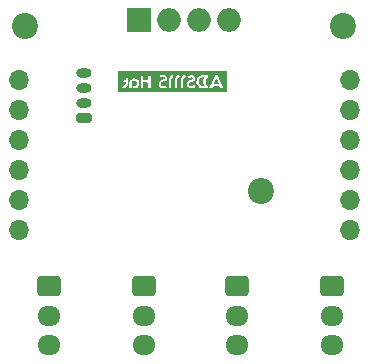
<source format=gbs>
G04 #@! TF.GenerationSoftware,KiCad,Pcbnew,7.0.1*
G04 #@! TF.CreationDate,2023-07-15T02:44:33+02:00*
G04 #@! TF.ProjectId,ADS1115_POTENTIOMETER,41445331-3131-4355-9f50-4f54454e5449,1*
G04 #@! TF.SameCoordinates,Original*
G04 #@! TF.FileFunction,Soldermask,Bot*
G04 #@! TF.FilePolarity,Negative*
%FSLAX46Y46*%
G04 Gerber Fmt 4.6, Leading zero omitted, Abs format (unit mm)*
G04 Created by KiCad (PCBNEW 7.0.1) date 2023-07-15 02:44:33*
%MOMM*%
%LPD*%
G01*
G04 APERTURE LIST*
G04 Aperture macros list*
%AMRoundRect*
0 Rectangle with rounded corners*
0 $1 Rounding radius*
0 $2 $3 $4 $5 $6 $7 $8 $9 X,Y pos of 4 corners*
0 Add a 4 corners polygon primitive as box body*
4,1,4,$2,$3,$4,$5,$6,$7,$8,$9,$2,$3,0*
0 Add four circle primitives for the rounded corners*
1,1,$1+$1,$2,$3*
1,1,$1+$1,$4,$5*
1,1,$1+$1,$6,$7*
1,1,$1+$1,$8,$9*
0 Add four rect primitives between the rounded corners*
20,1,$1+$1,$2,$3,$4,$5,0*
20,1,$1+$1,$4,$5,$6,$7,0*
20,1,$1+$1,$6,$7,$8,$9,0*
20,1,$1+$1,$8,$9,$2,$3,0*%
G04 Aperture macros list end*
%ADD10C,2.200000*%
%ADD11O,1.300000X0.800000*%
%ADD12RoundRect,0.200000X0.450000X-0.200000X0.450000X0.200000X-0.450000X0.200000X-0.450000X-0.200000X0*%
%ADD13O,2.000000X2.000000*%
%ADD14O,1.700000X1.700000*%
%ADD15R,2.000000X2.000000*%
%ADD16O,1.950000X1.700000*%
%ADD17RoundRect,0.250000X-0.725000X0.600000X-0.725000X-0.600000X0.725000X-0.600000X0.725000X0.600000X0*%
G04 APERTURE END LIST*
G36*
X105618587Y-54437548D02*
G01*
X104508925Y-54437548D01*
X103746925Y-54437548D01*
X103229400Y-54437548D01*
X102711875Y-54437548D01*
X102110212Y-54437548D01*
X100311575Y-54437548D01*
X99695625Y-54437548D01*
X98763762Y-54437548D01*
X98670100Y-54437548D01*
X98339371Y-54437548D01*
X98339371Y-53975850D01*
X98670100Y-53975850D01*
X98693119Y-54040938D01*
X98763762Y-54070306D01*
X98849091Y-54062964D01*
X98924100Y-54040938D01*
X98988195Y-54006608D01*
X99012483Y-53986169D01*
X99263825Y-53986169D01*
X99293987Y-54050463D01*
X99360662Y-54071894D01*
X99428131Y-54050463D01*
X99459087Y-53986169D01*
X99459087Y-53673431D01*
X99478931Y-53565481D01*
X99530525Y-53488488D01*
X99604344Y-53442450D01*
X99689275Y-53427369D01*
X99775794Y-53442450D01*
X99851200Y-53488488D01*
X99904381Y-53565481D01*
X99924225Y-53673431D01*
X99907556Y-53763125D01*
X99859931Y-53841706D01*
X99786112Y-53898063D01*
X99692450Y-53919494D01*
X99667050Y-53917906D01*
X99632919Y-53919494D01*
X99597994Y-53933781D01*
X99570212Y-53970294D01*
X99562275Y-54023475D01*
X99584500Y-54062369D01*
X99631331Y-54086181D01*
X99695625Y-54094119D01*
X99760514Y-54087769D01*
X99831356Y-54068719D01*
X99902794Y-54036770D01*
X99969469Y-53991725D01*
X99976661Y-53984581D01*
X100214737Y-53984581D01*
X100244900Y-54056813D01*
X100311575Y-54081419D01*
X100379044Y-54056813D01*
X100410000Y-53984581D01*
X100410000Y-53621044D01*
X100427462Y-53609138D01*
X100476675Y-53591675D01*
X100551287Y-53575800D01*
X100644950Y-53568656D01*
X100759250Y-53579769D01*
X100881487Y-53619456D01*
X100881487Y-53984581D01*
X100912444Y-54056813D01*
X100979912Y-54081419D01*
X101045794Y-54057606D01*
X101075162Y-53984581D01*
X101075162Y-53711531D01*
X101740325Y-53711531D01*
X101747270Y-53781580D01*
X101768106Y-53848850D01*
X101801245Y-53910763D01*
X101845100Y-53964738D01*
X101898877Y-54009584D01*
X101961781Y-54044113D01*
X102032623Y-54066139D01*
X102110212Y-54073481D01*
X102318175Y-54073481D01*
X102388819Y-54044113D01*
X102411837Y-53979025D01*
X102410450Y-53975056D01*
X102613450Y-53975056D01*
X102644406Y-54047288D01*
X102711875Y-54071894D01*
X102777756Y-54048081D01*
X102807125Y-53975056D01*
X103130975Y-53975056D01*
X103161931Y-54047288D01*
X103229400Y-54071894D01*
X103295281Y-54048081D01*
X103324650Y-53975056D01*
X103648500Y-53975056D01*
X103679456Y-54047288D01*
X103746925Y-54071894D01*
X103812806Y-54048081D01*
X103842175Y-53975056D01*
X103842175Y-53713119D01*
X104136656Y-53713119D01*
X104139037Y-53789319D01*
X104154912Y-53862344D01*
X104183487Y-53925844D01*
X104222381Y-53980017D01*
X104269212Y-54025063D01*
X104382719Y-54086181D01*
X104508925Y-54106819D01*
X104612906Y-54093325D01*
X104709744Y-54051256D01*
X104791500Y-53979819D01*
X104851825Y-53878219D01*
X104859762Y-53824244D01*
X104839919Y-53781381D01*
X104803406Y-53753600D01*
X104758162Y-53743281D01*
X104708156Y-53758363D01*
X104672437Y-53805194D01*
X104608144Y-53885363D01*
X104505750Y-53916319D01*
X104408119Y-53890919D01*
X104350175Y-53826625D01*
X104331125Y-53743281D01*
X104350969Y-53659938D01*
X104409706Y-53595644D01*
X104505750Y-53570244D01*
X104560747Y-53563894D01*
X104926437Y-53563894D01*
X104943106Y-53667478D01*
X104980412Y-53768681D01*
X105039944Y-53863534D01*
X105123287Y-53948069D01*
X105197702Y-54001647D01*
X105271719Y-54038556D01*
X105348514Y-54062369D01*
X105431262Y-54076656D01*
X105520956Y-54083205D01*
X105618587Y-54083800D01*
X105727331Y-54082014D01*
X105850362Y-54081419D01*
X105909460Y-54059988D01*
X106046419Y-54059988D01*
X106080550Y-54081419D01*
X106166275Y-54081419D01*
X106212312Y-54079038D01*
X106235331Y-54071894D01*
X106250412Y-54059194D01*
X106329589Y-53985177D01*
X106424244Y-53934575D01*
X106528027Y-53906000D01*
X106634587Y-53898063D01*
X106741148Y-53910167D01*
X106844931Y-53941719D01*
X106939586Y-53991725D01*
X107018762Y-54059194D01*
X107029875Y-54071894D01*
X107052100Y-54079038D01*
X107098137Y-54081419D01*
X107180687Y-54081419D01*
X107218787Y-54059988D01*
X107223550Y-54016331D01*
X107166499Y-53893697D01*
X107114409Y-53781381D01*
X107067280Y-53679384D01*
X107025112Y-53587706D01*
X106975371Y-53479227D01*
X106931979Y-53384506D01*
X106894937Y-53303544D01*
X106849694Y-53205516D01*
X106815562Y-53133681D01*
X106770319Y-53046369D01*
X106743331Y-53009063D01*
X106718725Y-52990806D01*
X106652844Y-52967787D01*
X106583787Y-52973344D01*
X106522669Y-53005887D01*
X106477425Y-53063831D01*
X106459169Y-53106694D01*
X106410750Y-53213850D01*
X106378405Y-53284494D01*
X106341694Y-53364663D01*
X106302403Y-53450388D01*
X106262319Y-53537700D01*
X106222234Y-53625013D01*
X106182944Y-53710738D01*
X106146233Y-53791105D01*
X106113887Y-53862344D01*
X106065469Y-53971088D01*
X106047212Y-54016331D01*
X106046419Y-54059988D01*
X105909460Y-54059988D01*
X105922594Y-54055225D01*
X105958312Y-53994900D01*
X105952756Y-53925844D01*
X105899575Y-53871869D01*
X105808294Y-53794081D01*
X105775552Y-53738320D01*
X105751937Y-53675812D01*
X105737452Y-53607947D01*
X105732094Y-53536113D01*
X105736062Y-53463683D01*
X105749556Y-53394031D01*
X105772972Y-53328745D01*
X105806706Y-53269413D01*
X105850561Y-53218811D01*
X105904337Y-53179719D01*
X105953550Y-53124156D01*
X105957519Y-53055100D01*
X105921006Y-52995569D01*
X105850362Y-52970169D01*
X105758684Y-52970169D01*
X105683675Y-52970169D01*
X105574137Y-52970169D01*
X105508256Y-52970169D01*
X105472537Y-52970169D01*
X105453487Y-52970962D01*
X105437612Y-52973344D01*
X105320336Y-52995370D01*
X105216156Y-53039225D01*
X105126264Y-53100741D01*
X105051850Y-53175750D01*
X104993708Y-53262269D01*
X104952631Y-53358313D01*
X104929811Y-53460111D01*
X104926437Y-53563894D01*
X104560747Y-53563894D01*
X104607152Y-53558536D01*
X104689106Y-53523413D01*
X104752209Y-53471025D01*
X104797056Y-53407525D01*
X104823647Y-53335294D01*
X104831981Y-53256713D01*
X104822456Y-53178131D01*
X104795469Y-53105900D01*
X104751217Y-53042400D01*
X104689900Y-52990012D01*
X104611716Y-52954889D01*
X104516862Y-52943181D01*
X104398594Y-52966200D01*
X104304137Y-53023350D01*
X104242225Y-53097963D01*
X104220000Y-53172575D01*
X104246194Y-53229725D01*
X104327950Y-53252744D01*
X104381131Y-53234488D01*
X104413675Y-53193212D01*
X104450981Y-53151938D01*
X104516862Y-53133681D01*
X104611319Y-53174162D01*
X104638306Y-53263856D01*
X104604175Y-53353550D01*
X104516862Y-53394031D01*
X104420620Y-53402167D01*
X104338269Y-53426575D01*
X104269808Y-53464675D01*
X104215237Y-53513888D01*
X104174756Y-53572823D01*
X104148562Y-53640094D01*
X104136656Y-53713119D01*
X103842175Y-53713119D01*
X103842175Y-53341644D01*
X103880275Y-53230519D01*
X103973937Y-53163844D01*
X104020769Y-53130506D01*
X104039025Y-53070181D01*
X104014419Y-53001919D01*
X103950125Y-52979694D01*
X103855669Y-53005094D01*
X103758831Y-53077325D01*
X103716961Y-53129316D01*
X103681837Y-53191625D01*
X103657628Y-53262864D01*
X103648500Y-53341644D01*
X103648500Y-53975056D01*
X103324650Y-53975056D01*
X103324650Y-53341644D01*
X103362750Y-53230519D01*
X103456412Y-53163844D01*
X103503244Y-53130506D01*
X103521500Y-53070181D01*
X103496894Y-53001919D01*
X103432600Y-52979694D01*
X103338144Y-53005094D01*
X103241306Y-53077325D01*
X103199436Y-53129316D01*
X103164312Y-53191625D01*
X103140103Y-53262864D01*
X103130975Y-53341644D01*
X103130975Y-53975056D01*
X102807125Y-53975056D01*
X102807125Y-53341644D01*
X102845225Y-53230519D01*
X102938887Y-53163844D01*
X102985719Y-53130506D01*
X103003975Y-53070181D01*
X102979369Y-53001919D01*
X102915075Y-52979694D01*
X102820619Y-53005094D01*
X102723781Y-53077325D01*
X102681911Y-53129316D01*
X102646787Y-53191625D01*
X102622578Y-53262864D01*
X102613450Y-53341644D01*
X102613450Y-53975056D01*
X102410450Y-53975056D01*
X102388819Y-53913144D01*
X102318175Y-53882981D01*
X102111800Y-53882981D01*
X102044331Y-53869488D01*
X101987181Y-53832975D01*
X101948287Y-53779000D01*
X101934000Y-53711531D01*
X101975275Y-53603581D01*
X102075287Y-53538494D01*
X102138192Y-53514681D01*
X102206256Y-53494044D01*
X102274519Y-53472613D01*
X102338019Y-53446419D01*
X102441206Y-53372600D01*
X102473552Y-53319220D01*
X102486450Y-53249569D01*
X102464225Y-53138444D01*
X102402312Y-53046369D01*
X102311031Y-52984456D01*
X102199112Y-52962231D01*
X101926062Y-52962231D01*
X101854625Y-52992394D01*
X101830812Y-53058275D01*
X101854625Y-53123363D01*
X101926062Y-53152731D01*
X102202287Y-53152731D01*
X102256262Y-53171781D01*
X102282456Y-53217025D01*
X102277694Y-53268619D01*
X102237212Y-53308306D01*
X102143550Y-53340850D01*
X102035600Y-53371806D01*
X101926856Y-53413081D01*
X101832400Y-53475788D01*
X101765725Y-53571831D01*
X101746675Y-53635331D01*
X101740325Y-53711531D01*
X101075162Y-53711531D01*
X101075162Y-53067006D01*
X101044206Y-52994775D01*
X100976737Y-52970169D01*
X100910856Y-52993981D01*
X100881487Y-53067006D01*
X100881487Y-53432131D01*
X100757662Y-53407525D01*
X100648125Y-53400381D01*
X100550494Y-53405938D01*
X100475881Y-53417050D01*
X100427462Y-53427369D01*
X100410000Y-53430544D01*
X100410000Y-53067006D01*
X100379044Y-52993981D01*
X100311575Y-52970169D01*
X100244900Y-52993981D01*
X100214737Y-53067006D01*
X100214737Y-53984581D01*
X99976661Y-53984581D01*
X100028405Y-53933186D01*
X100076625Y-53860756D01*
X100108772Y-53774238D01*
X100119487Y-53673431D01*
X100111153Y-53590088D01*
X100086150Y-53511506D01*
X100046859Y-53440069D01*
X99995662Y-53378156D01*
X99933353Y-53326959D01*
X99860725Y-53287669D01*
X99779762Y-53262666D01*
X99692450Y-53254331D01*
X99605137Y-53262467D01*
X99524175Y-53286875D01*
X99451348Y-53325570D01*
X99388444Y-53376569D01*
X99336652Y-53438481D01*
X99297162Y-53509919D01*
X99272159Y-53588897D01*
X99263825Y-53673431D01*
X99263825Y-53986169D01*
X99012483Y-53986169D01*
X99040781Y-53962356D01*
X99082056Y-53909969D01*
X99112219Y-53851231D01*
X99130673Y-53788128D01*
X99136825Y-53722644D01*
X99136825Y-53211469D01*
X99105869Y-53141619D01*
X99038400Y-53117806D01*
X98972519Y-53140825D01*
X98943150Y-53211469D01*
X98943150Y-53371806D01*
X98849487Y-53371806D01*
X98779637Y-53401969D01*
X98755825Y-53467850D01*
X98778844Y-53532938D01*
X98849487Y-53562306D01*
X98943150Y-53562306D01*
X98945531Y-53671050D01*
X98934419Y-53773444D01*
X98882825Y-53849644D01*
X98763762Y-53879806D01*
X98693119Y-53909969D01*
X98670100Y-53975850D01*
X98339371Y-53975850D01*
X98339371Y-52612452D01*
X98670100Y-52612452D01*
X107229900Y-52612452D01*
X107560629Y-52612452D01*
X107560629Y-54437548D01*
X107229900Y-54437548D01*
X106080550Y-54437548D01*
X105618587Y-54437548D01*
G37*
G36*
X105576122Y-53242227D02*
G01*
X105542387Y-53332912D01*
X105522147Y-53428162D01*
X105515400Y-53525000D01*
X105522941Y-53622036D01*
X105545562Y-53717881D01*
X105583266Y-53809162D01*
X105636050Y-53892506D01*
X105482062Y-53892506D01*
X105401497Y-53883180D01*
X105331250Y-53858375D01*
X105271917Y-53820870D01*
X105224094Y-53773444D01*
X105187383Y-53717683D01*
X105161387Y-53655175D01*
X105146108Y-53588698D01*
X105141544Y-53521031D01*
X105147695Y-53453563D01*
X105164562Y-53387681D01*
X105192145Y-53326166D01*
X105230444Y-53271794D01*
X105279458Y-53225955D01*
X105339187Y-53190037D01*
X105409831Y-53166820D01*
X105491587Y-53159081D01*
X105623350Y-53159081D01*
X105576122Y-53242227D01*
G37*
G36*
X106693325Y-53322792D02*
G01*
X106740950Y-53426575D01*
X106778256Y-53508927D01*
X106807625Y-53573419D01*
X106845725Y-53657556D01*
X106865569Y-53703594D01*
X106879062Y-53735344D01*
X106896525Y-53775031D01*
X106834414Y-53755386D01*
X106768731Y-53740900D01*
X106700866Y-53731772D01*
X106632206Y-53728200D01*
X106563547Y-53730184D01*
X106495681Y-53737725D01*
X106367887Y-53767094D01*
X106384556Y-53731375D01*
X106397256Y-53704388D01*
X106417100Y-53662319D01*
X106455994Y-53579769D01*
X106486156Y-53515078D01*
X106524256Y-53432131D01*
X106572477Y-53326562D01*
X106633000Y-53194006D01*
X106693325Y-53322792D01*
G37*
D10*
X117395452Y-48810365D03*
X90395452Y-48810365D03*
D11*
X95395452Y-52835365D03*
X95395452Y-54085365D03*
X95395452Y-55335365D03*
D12*
X95395452Y-56585365D03*
D13*
X107717952Y-48355365D03*
X105177952Y-48355365D03*
D14*
X117907952Y-53435365D03*
X117907952Y-55975365D03*
X117907952Y-58515365D03*
X117907952Y-61055365D03*
X117907952Y-63595365D03*
X117907952Y-66135365D03*
X89907952Y-66135365D03*
X89907952Y-63595365D03*
X89907952Y-61055365D03*
X89907952Y-58515365D03*
X89907952Y-55975365D03*
X89907952Y-53435365D03*
D13*
X102637952Y-48355365D03*
D15*
X100097952Y-48355365D03*
D10*
X110407952Y-62817865D03*
D16*
X116395452Y-75860365D03*
X116395452Y-73360365D03*
D17*
X116395452Y-70860365D03*
D16*
X108395452Y-75860365D03*
X108395452Y-73360365D03*
D17*
X108395452Y-70860365D03*
D16*
X100470452Y-75860365D03*
X100470452Y-73360365D03*
D17*
X100470452Y-70860365D03*
D16*
X92470452Y-75860365D03*
X92470452Y-73360365D03*
D17*
X92470452Y-70860365D03*
M02*

</source>
